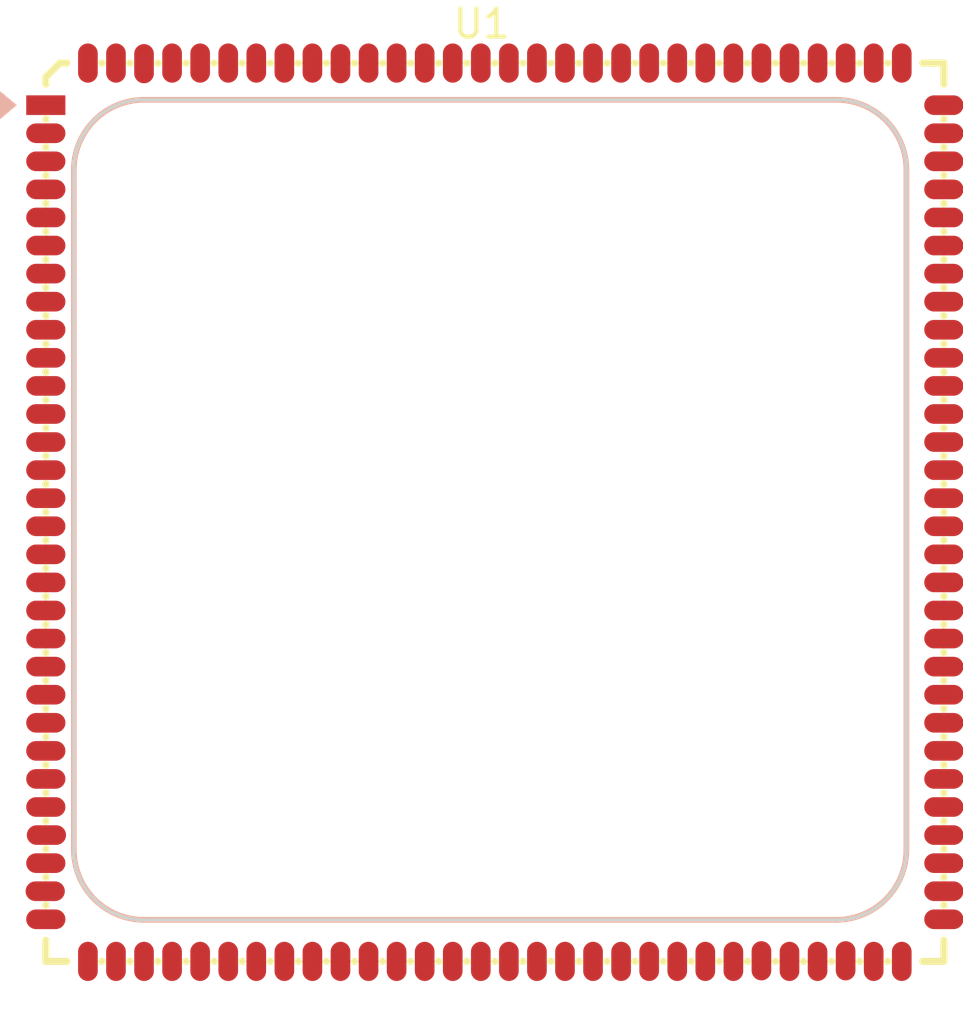
<source format=kicad_pcb>
(kicad_pcb (version 20241229) (generator "pcbnew") (generator_version "9.0")
  (layers (0 "F.Cu" signal) (2 "B.Cu" signal) (13 "F.Paste" user) (15 "B.Paste" user) (5 "F.SilkS" user "F.Silkscreen") (7 "B.SilkS" user "B.Silkscreen") (1 "F.Mask" user) (3 "B.Mask" user) (25 "Edge.Cuts" user))
  (net 0 "")
  (footprint "Core3506:CORE3506_[32_32]_120P" (layer "F.Cu") (at 109.99981 83)
    (property "Reference" "U1" (at -0.46715 -17.3985 0) (layer "F.SilkS"))
    (property "Value" "~")
    (fp_line (start -16 -15.5) (end -15.5 -16) (stroke (width 0.254)) (layer "F.SilkS"))
    (fp_line (start -16 -15.25) (end -16 -15.5) (stroke (width 0.254)) (layer "F.SilkS"))
    (fp_line (start -16 -13.99018) (end -16 -14.01018) (stroke (width 0.254)) (layer "F.SilkS"))
    (fp_line (start -16 -12.99017) (end -16 -13.01017) (stroke (width 0.254)) (layer "F.SilkS"))
    (fp_line (start -16 -11.99015) (end -16 -12.01015) (stroke (width 0.254)) (layer "F.SilkS"))
    (fp_line (start -16 -10.99014) (end -16 -11.01014) (stroke (width 0.254)) (layer "F.SilkS"))
    (fp_line (start -16 -9.99013) (end -16 -10.01013) (stroke (width 0.254)) (layer "F.SilkS"))
    (fp_line (start -16 -8.99011) (end -16 -9.01012) (stroke (width 0.254)) (layer "F.SilkS"))
    (fp_line (start -16 -7.9901) (end -16 -8.0101) (stroke (width 0.254)) (layer "F.SilkS"))
    (fp_line (start -16 -6.99009) (end -16 -7.01009) (stroke (width 0.254)) (layer "F.SilkS"))
    (fp_line (start -16 -5.99008) (end -16 -6.01008) (stroke (width 0.254)) (layer "F.SilkS"))
    (fp_line (start -16 -4.99006) (end -16 -5.01006) (stroke (width 0.254)) (layer "F.SilkS"))
    (fp_line (start -16 -3.99005) (end -16 -4.01005) (stroke (width 0.254)) (layer "F.SilkS"))
    (fp_line (start -16 -2.99004) (end -16 -3.01003) (stroke (width 0.254)) (layer "F.SilkS"))
    (fp_line (start -16 -1.99002) (end -16 -2.01002) (stroke (width 0.254)) (layer "F.SilkS"))
    (fp_line (start -16 -0.99001) (end -16 -1.01001) (stroke (width 0.254)) (layer "F.SilkS"))
    (fp_line (start -16 0.01) (end -16 -0.01) (stroke (width 0.254)) (layer "F.SilkS"))
    (fp_line (start -16 1.01002) (end -16 0.99002) (stroke (width 0.254)) (layer "F.SilkS"))
    (fp_line (start -16 2.01003) (end -16 1.99003) (stroke (width 0.254)) (layer "F.SilkS"))
    (fp_line (start -16 3.01004) (end -16 2.99005) (stroke (width 0.254)) (layer "F.SilkS"))
    (fp_line (start -16 4.01006) (end -16 3.99006) (stroke (width 0.254)) (layer "F.SilkS"))
    (fp_line (start -16 5.01007) (end -16 4.99007) (stroke (width 0.254)) (layer "F.SilkS"))
    (fp_line (start -16 6.01009) (end -16 5.99009) (stroke (width 0.254)) (layer "F.SilkS"))
    (fp_line (start -16 7.0101) (end -16 6.9901) (stroke (width 0.254)) (layer "F.SilkS"))
    (fp_line (start -16 8.01011) (end -16 7.99011) (stroke (width 0.254)) (layer "F.SilkS"))
    (fp_line (start -16 9.01013) (end -16 8.99012) (stroke (width 0.254)) (layer "F.SilkS"))
    (fp_line (start -16 10.01014) (end -16 9.99014) (stroke (width 0.254)) (layer "F.SilkS"))
    (fp_line (start -16 11.01015) (end -16 10.99015) (stroke (width 0.254)) (layer "F.SilkS"))
    (fp_line (start -16 12.01016) (end -16 11.99016) (stroke (width 0.254)) (layer "F.SilkS"))
    (fp_line (start -16 13.01018) (end -16 12.99018) (stroke (width 0.254)) (layer "F.SilkS"))
    (fp_line (start -16 14.01019) (end -16 13.99019) (stroke (width 0.254)) (layer "F.SilkS"))
    (fp_line (start -16 16) (end -16 15.25) (stroke (width 0.254)) (layer "F.SilkS"))
    (fp_line (start -16 16) (end -15.25 16) (stroke (width 0.254)) (layer "F.SilkS"))
    (fp_line (start -15.5 -16) (end -15.25 -16) (stroke (width 0.254)) (layer "F.SilkS"))
    (fp_line (start -15.0014 12.0188) (end -15.0014 -12.1912) (stroke (width 0.2)) (layer "F.SilkS"))
    (fp_line (start -14.01019 -16) (end -13.99019 -16) (stroke (width 0.254)) (layer "F.SilkS"))
    (fp_line (start -14.01019 16) (end -13.99019 16) (stroke (width 0.254)) (layer "F.SilkS"))
    (fp_line (start -13.01018 -16) (end -12.99018 -16) (stroke (width 0.254)) (layer "F.SilkS"))
    (fp_line (start -13.01018 16) (end -12.99018 16) (stroke (width 0.254)) (layer "F.SilkS"))
    (fp_line (start -12.50141 14.5188) (end 12.1658 14.5188) (stroke (width 0.2)) (layer "F.SilkS"))
    (fp_line (start -12.5014 -14.6912) (end 12.1658 -14.6912) (stroke (width 0.2)) (layer "F.SilkS"))
    (fp_line (start -12.01016 -16) (end -11.99016 -16) (stroke (width 0.254)) (layer "F.SilkS"))
    (fp_line (start -12.01016 16) (end -11.99016 16) (stroke (width 0.254)) (layer "F.SilkS"))
    (fp_line (start -11.01015 -16) (end -10.99015 -16) (stroke (width 0.254)) (layer "F.SilkS"))
    (fp_line (start -11.01015 16) (end -10.99015 16) (stroke (width 0.254)) (layer "F.SilkS"))
    (fp_line (start -10.01014 -16) (end -9.99014 -16) (stroke (width 0.254)) (layer "F.SilkS"))
    (fp_line (start -10.01014 16) (end -9.99014 16) (stroke (width 0.254)) (layer "F.SilkS"))
    (fp_line (start -9.01012 -16) (end -8.99012 -16) (stroke (width 0.254)) (layer "F.SilkS"))
    (fp_line (start -9.01012 16) (end -8.99012 16) (stroke (width 0.254)) (layer "F.SilkS"))
    (fp_line (start -8.01011 -16) (end -7.99011 -16) (stroke (width 0.254)) (layer "F.SilkS"))
    (fp_line (start -8.01011 16) (end -7.99011 16) (stroke (width 0.254)) (layer "F.SilkS"))
    (fp_line (start -7.0101 -16) (end -6.9901 -16) (stroke (width 0.254)) (layer "F.SilkS"))
    (fp_line (start -7.0101 16) (end -6.9901 16) (stroke (width 0.254)) (layer "F.SilkS"))
    (fp_line (start -6.01009 -16) (end -5.99009 -16) (stroke (width 0.254)) (layer "F.SilkS"))
    (fp_line (start -6.01009 16) (end -5.99009 16) (stroke (width 0.254)) (layer "F.SilkS"))
    (fp_line (start -5.01007 -16) (end -4.99007 -16) (stroke (width 0.254)) (layer "F.SilkS"))
    (fp_line (start -5.01007 16) (end -4.99007 16) (stroke (width 0.254)) (layer "F.SilkS"))
    (fp_line (start -4.01006 -16) (end -3.99006 -16) (stroke (width 0.254)) (layer "F.SilkS"))
    (fp_line (start -4.01006 16) (end -3.99006 16) (stroke (width 0.254)) (layer "F.SilkS"))
    (fp_line (start -3.01005 -16) (end -2.99005 -16) (stroke (width 0.254)) (layer "F.SilkS"))
    (fp_line (start -3.01005 16) (end -2.99005 16) (stroke (width 0.254)) (layer "F.SilkS"))
    (fp_line (start -2.01003 -16) (end -1.99003 -16) (stroke (width 0.254)) (layer "F.SilkS"))
    (fp_line (start -2.01003 16) (end -1.99003 16) (stroke (width 0.254)) (layer "F.SilkS"))
    (fp_line (start -1.01002 -16) (end -0.99002 -16) (stroke (width 0.254)) (layer "F.SilkS"))
    (fp_line (start -1.01002 16) (end -0.99002 16) (stroke (width 0.254)) (layer "F.SilkS"))
    (fp_line (start -0.01 -16) (end 0.01 -16) (stroke (width 0.254)) (layer "F.SilkS"))
    (fp_line (start -0.01 16) (end 0.01 16) (stroke (width 0.254)) (layer "F.SilkS"))
    (fp_line (start 0.99001 -16) (end 1.01001 -16) (stroke (width 0.254)) (layer "F.SilkS"))
    (fp_line (start 0.99001 16) (end 1.01001 16) (stroke (width 0.254)) (layer "F.SilkS"))
    (fp_line (start 1.99002 -16) (end 2.01002 -16) (stroke (width 0.254)) (layer "F.SilkS"))
    (fp_line (start 1.99002 16) (end 2.01002 16) (stroke (width 0.254)) (layer "F.SilkS"))
    (fp_line (start 2.99004 -16) (end 3.01004 -16) (stroke (width 0.254)) (layer "F.SilkS"))
    (fp_line (start 2.99004 16) (end 3.01004 16) (stroke (width 0.254)) (layer "F.SilkS"))
    (fp_line (start 3.99005 -16) (end 4.01005 -16) (stroke (width 0.254)) (layer "F.SilkS"))
    (fp_line (start 3.99005 16) (end 4.01005 16) (stroke (width 0.254)) (layer "F.SilkS"))
    (fp_line (start 4.99006 -16) (end 5.01006 -16) (stroke (width 0.254)) (layer "F.SilkS"))
    (fp_line (start 4.99006 16) (end 5.01006 16) (stroke (width 0.254)) (layer "F.SilkS"))
    (fp_line (start 5.99008 -16) (end 6.01008 -16) (stroke (width 0.254)) (layer "F.SilkS"))
    (fp_line (start 5.99008 16) (end 6.01008 16) (stroke (width 0.254)) (layer "F.SilkS"))
    (fp_line (start 6.99009 -16) (end 7.01009 -16) (stroke (width 0.254)) (layer "F.SilkS"))
    (fp_line (start 6.99009 16) (end 7.01009 16) (stroke (width 0.254)) (layer "F.SilkS"))
    (fp_line (start 7.9901 -16) (end 8.0101 -16) (stroke (width 0.254)) (layer "F.SilkS"))
    (fp_line (start 7.9901 16) (end 8.0101 16) (stroke (width 0.254)) (layer "F.SilkS"))
    (fp_line (start 8.99011 -16) (end 9.01011 -16) (stroke (width 0.254)) (layer "F.SilkS"))
    (fp_line (start 8.99011 16) (end 9.01011 16) (stroke (width 0.254)) (layer "F.SilkS"))
    (fp_line (start 9.99013 -16) (end 10.01013 -16) (stroke (width 0.254)) (layer "F.SilkS"))
    (fp_line (start 9.99013 16) (end 10.01013 16) (stroke (width 0.254)) (layer "F.SilkS"))
    (fp_line (start 10.99014 -16) (end 11.01014 -16) (stroke (width 0.254)) (layer "F.SilkS"))
    (fp_line (start 10.99014 16) (end 11.01014 16) (stroke (width 0.254)) (layer "F.SilkS"))
    (fp_line (start 11.99015 -16) (end 12.01015 -16) (stroke (width 0.254)) (layer "F.SilkS"))
    (fp_line (start 11.99015 16) (end 12.01015 16) (stroke (width 0.254)) (layer "F.SilkS"))
    (fp_line (start 12.99017 -16) (end 13.01017 -16) (stroke (width 0.254)) (layer "F.SilkS"))
    (fp_line (start 12.99017 16) (end 13.01017 16) (stroke (width 0.254)) (layer "F.SilkS"))
    (fp_line (start 13.99018 -16) (end 14.01018 -16) (stroke (width 0.254)) (layer "F.SilkS"))
    (fp_line (start 13.99018 16) (end 14.01018 16) (stroke (width 0.254)) (layer "F.SilkS"))
    (fp_line (start 14.6658 12.01881) (end 14.6658 -12.1912) (stroke (width 0.2)) (layer "F.SilkS"))
    (fp_line (start 15.25 -16) (end 16 -16) (stroke (width 0.254)) (layer "F.SilkS"))
    (fp_line (start 15.25 16) (end 16 16) (stroke (width 0.254)) (layer "F.SilkS"))
    (fp_line (start 16 -15.25) (end 16 -16) (stroke (width 0.254)) (layer "F.SilkS"))
    (fp_line (start 16 -13.99018) (end 16 -14.01018) (stroke (width 0.254)) (layer "F.SilkS"))
    (fp_line (start 16 -12.99017) (end 16 -13.01017) (stroke (width 0.254)) (layer "F.SilkS"))
    (fp_line (start 16 -11.99015) (end 16 -12.01015) (stroke (width 0.254)) (layer "F.SilkS"))
    (fp_line (start 16 -10.99014) (end 16 -11.01014) (stroke (width 0.254)) (layer "F.SilkS"))
    (fp_line (start 16 -9.99013) (end 16 -10.01013) (stroke (width 0.254)) (layer "F.SilkS"))
    (fp_line (start 16 -8.99011) (end 16 -9.01012) (stroke (width 0.254)) (layer "F.SilkS"))
    (fp_line (start 16 -7.9901) (end 16 -8.0101) (stroke (width 0.254)) (layer "F.SilkS"))
    (fp_line (start 16 -6.99009) (end 16 -7.01009) (stroke (width 0.254)) (layer "F.SilkS"))
    (fp_line (start 16 -5.99008) (end 16 -6.01008) (stroke (width 0.254)) (layer "F.SilkS"))
    (fp_line (start 16 -4.99006) (end 16 -5.01006) (stroke (width 0.254)) (layer "F.SilkS"))
    (fp_line (start 16 -3.99005) (end 16 -4.01005) (stroke (width 0.254)) (layer "F.SilkS"))
    (fp_line (start 16 -2.99004) (end 16 -3.01003) (stroke (width 0.254)) (layer "F.SilkS"))
    (fp_line (start 16 -1.99002) (end 16 -2.01002) (stroke (width 0.254)) (layer "F.SilkS"))
    (fp_line (start 16 -0.99001) (end 16 -1.01001) (stroke (width 0.254)) (layer "F.SilkS"))
    (fp_line (start 16 0.01) (end 16 -0.01) (stroke (width 0.254)) (layer "F.SilkS"))
    (fp_line (start 16 1.01002) (end 16 0.99002) (stroke (width 0.254)) (layer "F.SilkS"))
    (fp_line (start 16 2.01003) (end 16 1.99003) (stroke (width 0.254)) (layer "F.SilkS"))
    (fp_line (start 16 3.01004) (end 16 2.99005) (stroke (width 0.254)) (layer "F.SilkS"))
    (fp_line (start 16 4.01006) (end 16 3.99006) (stroke (width 0.254)) (layer "F.SilkS"))
    (fp_line (start 16 5.01007) (end 16 4.99007) (stroke (width 0.254)) (layer "F.SilkS"))
    (fp_line (start 16 6.01009) (end 16 5.99009) (stroke (width 0.254)) (layer "F.SilkS"))
    (fp_line (start 16 7.0101) (end 16 6.9901) (stroke (width 0.254)) (layer "F.SilkS"))
    (fp_line (start 16 8.01011) (end 16 7.99011) (stroke (width 0.254)) (layer "F.SilkS"))
    (fp_line (start 16 9.01013) (end 16 8.99012) (stroke (width 0.254)) (layer "F.SilkS"))
    (fp_line (start 16 10.01014) (end 16 9.99014) (stroke (width 0.254)) (layer "F.SilkS"))
    (fp_line (start 16 11.01015) (end 16 10.99015) (stroke (width 0.254)) (layer "F.SilkS"))
    (fp_line (start 16 12.01016) (end 16 11.99016) (stroke (width 0.254)) (layer "F.SilkS"))
    (fp_line (start 16 13.01018) (end 16 12.99018) (stroke (width 0.254)) (layer "F.SilkS"))
    (fp_line (start 16 14.01019) (end 16 13.99019) (stroke (width 0.254)) (layer "F.SilkS"))
    (fp_line (start 16 16) (end 16 15.25) (stroke (width 0.254)) (layer "F.SilkS"))
    (fp_arc (start -15.0014 -12.191205) (mid -14.269164 -13.958969) (end -12.501398 -14.6912) (stroke (width 0.2)) (layer "F.SilkS"))
    (fp_arc (start -12.501405 14.5188) (mid -14.269169 13.786564) (end -15.0014 12.018798) (stroke (width 0.2)) (layer "F.SilkS"))
    (fp_arc (start 12.165805 -14.6912) (mid 13.933569 -13.958964) (end 14.6658 -12.191198) (stroke (width 0.2)) (layer "F.SilkS"))
    (fp_arc (start 14.6658 12.018805) (mid 13.933564 13.786569) (end 12.165798 14.5188) (stroke (width 0.2)) (layer "F.SilkS"))
    (fp_poly (pts (xy -17.6328 -15.0054) (xy -17.0328 -14.49588) (xy -17.6328 -13.99499)) (fill yes) (layer "F.SilkS"))
    (fp_line (start -15.0014 12.0188) (end -15.0014 -12.1912) (stroke (width 0.2)) (layer "B.SilkS"))
    (fp_line (start -12.50141 14.5188) (end 12.1658 14.5188) (stroke (width 0.2)) (layer "B.SilkS"))
    (fp_line (start -12.5014 -14.6912) (end 12.1658 -14.6912) (stroke (width 0.2)) (layer "B.SilkS"))
    (fp_line (start 14.6658 12.01881) (end 14.6658 -12.1912) (stroke (width 0.2)) (layer "B.SilkS"))
    (fp_arc (start -15.0014 -12.191205) (mid -14.269164 -13.958969) (end -12.501398 -14.6912) (stroke (width 0.2)) (layer "B.SilkS"))
    (fp_arc (start -12.501405 14.5188) (mid -14.269169 13.786564) (end -15.0014 12.018798) (stroke (width 0.2)) (layer "B.SilkS"))
    (fp_arc (start 12.165805 -14.6912) (mid 13.933569 -13.958964) (end 14.6658 -12.191198) (stroke (width 0.2)) (layer "B.SilkS"))
    (fp_arc (start 14.6658 12.018805) (mid 13.933564 13.786569) (end 12.165798 14.5188) (stroke (width 0.2)) (layer "B.SilkS"))
    (fp_poly (pts (xy -17.6328 -13.99499) (xy -17.0328 -14.50451) (xy -17.6328 -15.0054)) (fill yes) (layer "B.SilkS"))
    (fp_poly (pts (xy -15.0014 11.9986) (xy -15.0014 -12.1912) (xy -15.0014 -12.43743) (xy -14.90533 -12.92042) (xy -14.71687 -13.37539) (xy -14.44328 -13.78486) (xy -14.09506 -14.13308) (xy -13.68559 -14.40667) (xy -13.23062 -14.59512) (xy -12.74763 -14.6912) (xy -12.5014 -14.6912) (xy 12.1658 -14.6912) (xy 12.41203 -14.6912) (xy 12.89502 -14.59512) (xy 13.34999 -14.40667) (xy 13.75946 -14.13307) (xy 14.10768 -13.78485) (xy 14.38127 -13.37539) (xy 14.56972 -12.92042) (xy 14.6658 -12.43743) (xy 14.6658 -12.1912) (xy 14.6658 12.01881) (xy 14.6658 12.26503) (xy 14.56972 12.74803) (xy 14.38127 13.203) (xy 14.10767 13.61246) (xy 13.75945 13.96068) (xy 13.34999 14.23427) (xy 12.89502 14.42273) (xy 12.41203 14.5188) (xy 12.1658 14.5188) (xy -12.50141 14.5188) (xy -12.74763 14.5188) (xy -13.23063 14.42273) (xy -13.6856 14.23427) (xy -14.09506 13.96068) (xy -14.44328 13.61246) (xy -14.71687 13.20299) (xy -14.90533 12.74802) (xy -15.0014 12.26503) (xy -15.0014 12.0188)) (stroke (width 0.1)) (fill no) (layer "Edge.Cuts"))
    (fp_poly (pts (xy -15.0014 11.9986) (xy -15.0014 -12.1912) (xy -15.0014 -12.43743) (xy -14.90533 -12.92042) (xy -14.71687 -13.37539) (xy -14.44328 -13.78486) (xy -14.09506 -14.13308) (xy -13.68559 -14.40667) (xy -13.23062 -14.59512) (xy -12.74763 -14.6912) (xy -12.5014 -14.6912) (xy 12.1658 -14.6912) (xy 12.41203 -14.6912) (xy 12.89502 -14.59512) (xy 13.34999 -14.40667) (xy 13.75946 -14.13307) (xy 14.10768 -13.78485) (xy 14.38127 -13.37539) (xy 14.56972 -12.92042) (xy 14.6658 -12.43743) (xy 14.6658 -12.1912) (xy 14.6658 12.01881) (xy 14.6658 12.26503) (xy 14.56972 12.74803) (xy 14.38127 13.203) (xy 14.10767 13.61246) (xy 13.75945 13.96068) (xy 13.34999 14.23427) (xy 12.89502 14.42273) (xy 12.41203 14.5188) (xy 12.1658 14.5188) (xy -12.50141 14.5188) (xy -12.74763 14.5188) (xy -13.23063 14.42273) (xy -13.6856 14.23427) (xy -14.09506 13.96068) (xy -14.44328 13.61246) (xy -14.71687 13.20299) (xy -14.90533 12.74802) (xy -15.0014 12.26503) (xy -15.0014 12.0188)) (stroke (width 0.1)) (fill no) (layer "Edge.Cuts"))
    (pad "1" smd rect (at -16 -14.50019 90) (size 0.7 1.397) (layers "F.Cu" "F.Mask" "F.Paste"))
    (pad "2" smd oval (at -16 -13.50018 90) (size 0.7 1.397) (layers "F.Cu" "F.Mask" "F.Paste"))
    (pad "3" smd oval (at -16 -12.50017 90) (size 0.7 1.397) (layers "F.Cu" "F.Mask" "F.Paste"))
    (pad "4" smd oval (at -16 -11.50015 90) (size 0.7 1.397) (layers "F.Cu" "F.Mask" "F.Paste"))
    (pad "5" smd oval (at -16 -10.50014 90) (size 0.7 1.397) (layers "F.Cu" "F.Mask" "F.Paste"))
    (pad "6" smd oval (at -16 -9.50013 90) (size 0.7 1.397) (layers "F.Cu" "F.Mask" "F.Paste"))
    (pad "7" smd oval (at -16 -8.50011 90) (size 0.7 1.397) (layers "F.Cu" "F.Mask" "F.Paste"))
    (pad "8" smd oval (at -16 -7.5001 90) (size 0.7 1.397) (layers "F.Cu" "F.Mask" "F.Paste"))
    (pad "9" smd oval (at -16 -6.50009 90) (size 0.7 1.397) (layers "F.Cu" "F.Mask" "F.Paste"))
    (pad "10" smd oval (at -16 -5.50007 90) (size 0.7 1.397) (layers "F.Cu" "F.Mask" "F.Paste"))
    (pad "11" smd oval (at -16 -4.50006 90) (size 0.7 1.397) (layers "F.Cu" "F.Mask" "F.Paste"))
    (pad "12" smd oval (at -16 -3.50005 90) (size 0.7 1.397) (layers "F.Cu" "F.Mask" "F.Paste"))
    (pad "13" smd oval (at -16 -2.50003 90) (size 0.7 1.397) (layers "F.Cu" "F.Mask" "F.Paste"))
    (pad "14" smd oval (at -16 -1.50002 90) (size 0.7 1.397) (layers "F.Cu" "F.Mask" "F.Paste"))
    (pad "15" smd oval (at -16 -0.50001 90) (size 0.7 1.397) (layers "F.Cu" "F.Mask" "F.Paste"))
    (pad "16" smd oval (at -16 0.50001 90) (size 0.7 1.397) (layers "F.Cu" "F.Mask" "F.Paste"))
    (pad "17" smd oval (at -16 1.50002 90) (size 0.7 1.397) (layers "F.Cu" "F.Mask" "F.Paste"))
    (pad "18" smd oval (at -16 2.50003 90) (size 0.7 1.397) (layers "F.Cu" "F.Mask" "F.Paste"))
    (pad "19" smd oval (at -16 3.50005 90) (size 0.7 1.397) (layers "F.Cu" "F.Mask" "F.Paste"))
    (pad "20" smd oval (at -16 4.50006 90) (size 0.7 1.397) (layers "F.Cu" "F.Mask" "F.Paste"))
    (pad "21" smd oval (at -16 5.50007 90) (size 0.7 1.397) (layers "F.Cu" "F.Mask" "F.Paste"))
    (pad "22" smd oval (at -16 6.50009 90) (size 0.7 1.397) (layers "F.Cu" "F.Mask" "F.Paste"))
    (pad "23" smd oval (at -16 7.5001 90) (size 0.7 1.397) (layers "F.Cu" "F.Mask" "F.Paste"))
    (pad "24" smd oval (at -16 8.50011 90) (size 0.7 1.397) (layers "F.Cu" "F.Mask" "F.Paste"))
    (pad "25" smd oval (at -16 9.50013 90) (size 0.7 1.397) (layers "F.Cu" "F.Mask" "F.Paste"))
    (pad "26" smd oval (at -16 10.50014 90) (size 0.7 1.397) (layers "F.Cu" "F.Mask" "F.Paste"))
    (pad "27" smd oval (at -15.97841 11.50015 90) (size 0.7 1.397) (layers "F.Cu" "F.Mask" "F.Paste"))
    (pad "28" smd oval (at -16 12.50017 90) (size 0.7 1.397) (layers "F.Cu" "F.Mask" "F.Paste"))
    (pad "29" smd oval (at -16.02159 13.50018 90) (size 0.7 1.397) (layers "F.Cu" "F.Mask" "F.Paste"))
    (pad "30" smd oval (at -16 14.50019 270) (size 0.7 1.397) (layers "F.Cu" "F.Mask" "F.Paste"))
    (pad "31" smd oval (at -14.5002 16 180) (size 0.7 1.397) (layers "F.Cu" "F.Mask" "F.Paste"))
    (pad "32" smd oval (at -13.50018 16 180) (size 0.7 1.397) (layers "F.Cu" "F.Mask" "F.Paste"))
    (pad "33" smd oval (at -12.50017 16 180) (size 0.7 1.397) (layers "F.Cu" "F.Mask" "F.Paste"))
    (pad "34" smd oval (at -11.50016 16 180) (size 0.7 1.397) (layers "F.Cu" "F.Mask" "F.Paste"))
    (pad "35" smd oval (at -10.50014 16 180) (size 0.7 1.397) (layers "F.Cu" "F.Mask" "F.Paste"))
    (pad "36" smd oval (at -9.50013 16 180) (size 0.7 1.397) (layers "F.Cu" "F.Mask" "F.Paste"))
    (pad "37" smd oval (at -8.50012 16 180) (size 0.7 1.397) (layers "F.Cu" "F.Mask" "F.Paste"))
    (pad "38" smd oval (at -7.5001 16 180) (size 0.7 1.397) (layers "F.Cu" "F.Mask" "F.Paste"))
    (pad "39" smd oval (at -6.50009 16 180) (size 0.7 1.397) (layers "F.Cu" "F.Mask" "F.Paste"))
    (pad "40" smd oval (at -5.50008 16 180) (size 0.7 1.397) (layers "F.Cu" "F.Mask" "F.Paste"))
    (pad "41" smd oval (at -4.50006 16 180) (size 0.7 1.397) (layers "F.Cu" "F.Mask" "F.Paste"))
    (pad "42" smd oval (at -3.50005 16 180) (size 0.7 1.397) (layers "F.Cu" "F.Mask" "F.Paste"))
    (pad "43" smd oval (at -2.50004 16 180) (size 0.7 1.397) (layers "F.Cu" "F.Mask" "F.Paste"))
    (pad "44" smd oval (at -1.50002 16 180) (size 0.7 1.397) (layers "F.Cu" "F.Mask" "F.Paste"))
    (pad "45" smd oval (at -0.50001 16 180) (size 0.7 1.397) (layers "F.Cu" "F.Mask" "F.Paste"))
    (pad "46" smd oval (at 0.50001 16 180) (size 0.7 1.397) (layers "F.Cu" "F.Mask" "F.Paste"))
    (pad "47" smd oval (at 1.50002 16 180) (size 0.7 1.397) (layers "F.Cu" "F.Mask" "F.Paste"))
    (pad "48" smd oval (at 2.50003 16 180) (size 0.7 1.397) (layers "F.Cu" "F.Mask" "F.Paste"))
    (pad "49" smd oval (at 3.50004 16 180) (size 0.7 1.397) (layers "F.Cu" "F.Mask" "F.Paste"))
    (pad "50" smd oval (at 4.50006 16 180) (size 0.7 1.397) (layers "F.Cu" "F.Mask" "F.Paste"))
    (pad "51" smd oval (at 5.50007 16 180) (size 0.7 1.397) (layers "F.Cu" "F.Mask" "F.Paste"))
    (pad "52" smd oval (at 6.50009 16 180) (size 0.7 1.397) (layers "F.Cu" "F.Mask" "F.Paste"))
    (pad "53" smd oval (at 7.5001 16 180) (size 0.7 1.397) (layers "F.Cu" "F.Mask" "F.Paste"))
    (pad "54" smd oval (at 8.50011 16 180) (size 0.7 1.397) (layers "F.Cu" "F.Mask" "F.Paste"))
    (pad "55" smd oval (at 9.50012 15.97841 180) (size 0.7 1.397) (layers "F.Cu" "F.Mask" "F.Paste"))
    (pad "56" smd oval (at 10.50014 16 180) (size 0.7 1.397) (layers "F.Cu" "F.Mask" "F.Paste"))
    (pad "57" smd oval (at 11.50015 16 180) (size 0.7 1.397) (layers "F.Cu" "F.Mask" "F.Paste"))
    (pad "58" smd oval (at 12.50016 15.97841 180) (size 0.7 1.397) (layers "F.Cu" "F.Mask" "F.Paste"))
    (pad "59" smd oval (at 13.50018 16 180) (size 0.7 1.397) (layers "F.Cu" "F.Mask" "F.Paste"))
    (pad "60" smd oval (at 14.50019 16) (size 0.7 1.397) (layers "F.Cu" "F.Mask" "F.Paste"))
    (pad "61" smd oval (at 16 14.5002 270) (size 0.7 1.397) (layers "F.Cu" "F.Mask" "F.Paste"))
    (pad "62" smd oval (at 16 13.50018 270) (size 0.7 1.397) (layers "F.Cu" "F.Mask" "F.Paste"))
    (pad "63" smd oval (at 16 12.50017 270) (size 0.7 1.397) (layers "F.Cu" "F.Mask" "F.Paste"))
    (pad "64" smd oval (at 16 11.50016 270) (size 0.7 1.397) (layers "F.Cu" "F.Mask" "F.Paste"))
    (pad "65" smd oval (at 16 10.50014 270) (size 0.7 1.397) (layers "F.Cu" "F.Mask" "F.Paste"))
    (pad "66" smd oval (at 16 9.50013 270) (size 0.7 1.397) (layers "F.Cu" "F.Mask" "F.Paste"))
    (pad "67" smd oval (at 16 8.50012 270) (size 0.7 1.397) (layers "F.Cu" "F.Mask" "F.Paste"))
    (pad "68" smd oval (at 16 7.5001 270) (size 0.7 1.397) (layers "F.Cu" "F.Mask" "F.Paste"))
    (pad "69" smd oval (at 16 6.50009 270) (size 0.7 1.397) (layers "F.Cu" "F.Mask" "F.Paste"))
    (pad "70" smd oval (at 16 5.50008 270) (size 0.7 1.397) (layers "F.Cu" "F.Mask" "F.Paste"))
    (pad "71" smd oval (at 16 4.50006 270) (size 0.7 1.397) (layers "F.Cu" "F.Mask" "F.Paste"))
    (pad "72" smd oval (at 16 3.50005 270) (size 0.7 1.397) (layers "F.Cu" "F.Mask" "F.Paste"))
    (pad "73" smd oval (at 16 2.50004 270) (size 0.7 1.397) (layers "F.Cu" "F.Mask" "F.Paste"))
    (pad "74" smd oval (at 16 1.50002 270) (size 0.7 1.397) (layers "F.Cu" "F.Mask" "F.Paste"))
    (pad "75" smd oval (at 16 0.50001 270) (size 0.7 1.397) (layers "F.Cu" "F.Mask" "F.Paste"))
    (pad "76" smd oval (at 16 -0.5 270) (size 0.7 1.397) (layers "F.Cu" "F.Mask" "F.Paste"))
    (pad "77" smd oval (at 16 -1.50002 270) (size 0.7 1.397) (layers "F.Cu" "F.Mask" "F.Paste"))
    (pad "78" smd oval (at 16 -2.50003 270) (size 0.7 1.397) (layers "F.Cu" "F.Mask" "F.Paste"))
    (pad "79" smd oval (at 16 -3.50004 270) (size 0.7 1.397) (layers "F.Cu" "F.Mask" "F.Paste"))
    (pad "80" smd oval (at 16 -4.50006 270) (size 0.7 1.397) (layers "F.Cu" "F.Mask" "F.Paste"))
    (pad "81" smd oval (at 16 -5.50007 270) (size 0.7 1.397) (layers "F.Cu" "F.Mask" "F.Paste"))
    (pad "82" smd oval (at 16 -6.50008 270) (size 0.7 1.397) (layers "F.Cu" "F.Mask" "F.Paste"))
    (pad "83" smd oval (at 16 -7.5001 270) (size 0.7 1.397) (layers "F.Cu" "F.Mask" "F.Paste"))
    (pad "84" smd oval (at 16 -8.50011 270) (size 0.7 1.397) (layers "F.Cu" "F.Mask" "F.Paste"))
    (pad "85" smd oval (at 16 -9.50012 270) (size 0.7 1.397) (layers "F.Cu" "F.Mask" "F.Paste"))
    (pad "86" smd oval (at 16 -10.50014 270) (size 0.7 1.397) (layers "F.Cu" "F.Mask" "F.Paste"))
    (pad "87" smd oval (at 16 -11.50015 270) (size 0.7 1.397) (layers "F.Cu" "F.Mask" "F.Paste"))
    (pad "88" smd oval (at 16 -12.50017 270) (size 0.7 1.397) (layers "F.Cu" "F.Mask" "F.Paste"))
    (pad "89" smd oval (at 16 -13.50018 270) (size 0.7 1.397) (layers "F.Cu" "F.Mask" "F.Paste"))
    (pad "90" smd oval (at 16 -14.50019 90) (size 0.7 1.397) (layers "F.Cu" "F.Mask" "F.Paste"))
    (pad "91" smd oval (at 14.5002 -16) (size 0.7 1.397) (layers "F.Cu" "F.Mask" "F.Paste"))
    (pad "92" smd oval (at 13.50018 -16) (size 0.7 1.397) (layers "F.Cu" "F.Mask" "F.Paste"))
    (pad "93" smd oval (at 12.50017 -16) (size 0.7 1.397) (layers "F.Cu" "F.Mask" "F.Paste"))
    (pad "94" smd oval (at 11.50016 -16) (size 0.7 1.397) (layers "F.Cu" "F.Mask" "F.Paste"))
    (pad "95" smd oval (at 10.50014 -16) (size 0.7 1.397) (layers "F.Cu" "F.Mask" "F.Paste"))
    (pad "96" smd oval (at 9.50013 -16) (size 0.7 1.397) (layers "F.Cu" "F.Mask" "F.Paste"))
    (pad "97" smd oval (at 8.50012 -16) (size 0.7 1.397) (layers "F.Cu" "F.Mask" "F.Paste"))
    (pad "98" smd oval (at 7.5001 -16) (size 0.7 1.397) (layers "F.Cu" "F.Mask" "F.Paste"))
    (pad "99" smd oval (at 6.50009 -16) (size 0.7 1.397) (layers "F.Cu" "F.Mask" "F.Paste"))
    (pad "100" smd oval (at 5.50008 -16) (size 0.7 1.397) (layers "F.Cu" "F.Mask" "F.Paste"))
    (pad "101" smd oval (at 4.50007 -16) (size 0.7 1.397) (layers "F.Cu" "F.Mask" "F.Paste"))
    (pad "102" smd oval (at 3.50005 -16) (size 0.7 1.397) (layers "F.Cu" "F.Mask" "F.Paste"))
    (pad "103" smd oval (at 2.50004 -16) (size 0.7 1.397) (layers "F.Cu" "F.Mask" "F.Paste"))
    (pad "104" smd oval (at 1.50003 -16) (size 0.7 1.397) (layers "F.Cu" "F.Mask" "F.Paste"))
    (pad "105" smd oval (at 0.50001 -16) (size 0.7 1.397) (layers "F.Cu" "F.Mask" "F.Paste"))
    (pad "106" smd oval (at -0.5 -16) (size 0.7 1.397) (layers "F.Cu" "F.Mask" "F.Paste"))
    (pad "107" smd oval (at -1.50001 -16) (size 0.7 1.397) (layers "F.Cu" "F.Mask" "F.Paste"))
    (pad "108" smd oval (at -2.50003 -16) (size 0.7 1.397) (layers "F.Cu" "F.Mask" "F.Paste"))
    (pad "109" smd oval (at -3.50004 -16) (size 0.7 1.397) (layers "F.Cu" "F.Mask" "F.Paste"))
    (pad "110" smd oval (at -4.50006 -16) (size 0.7 1.397) (layers "F.Cu" "F.Mask" "F.Paste"))
    (pad "111" smd oval (at -5.50007 -15.97841) (size 0.7 1.397) (layers "F.Cu" "F.Mask" "F.Paste"))
    (pad "112" smd oval (at -6.50008 -16) (size 0.7 1.397) (layers "F.Cu" "F.Mask" "F.Paste"))
    (pad "113" smd oval (at -7.50009 -16) (size 0.7 1.397) (layers "F.Cu" "F.Mask" "F.Paste"))
    (pad "114" smd oval (at -8.50011 -16) (size 0.7 1.397) (layers "F.Cu" "F.Mask" "F.Paste"))
    (pad "115" smd oval (at -9.50012 -16) (size 0.7 1.397) (layers "F.Cu" "F.Mask" "F.Paste"))
    (pad "116" smd oval (at -10.50013 -16) (size 0.7 1.397) (layers "F.Cu" "F.Mask" "F.Paste"))
    (pad "117" smd oval (at -11.50015 -16) (size 0.7 1.397) (layers "F.Cu" "F.Mask" "F.Paste"))
    (pad "118" smd oval (at -12.50016 -15.97841) (size 0.7 1.397) (layers "F.Cu" "F.Mask" "F.Paste"))
    (pad "119" smd oval (at -13.50017 -16) (size 0.7 1.397) (layers "F.Cu" "F.Mask" "F.Paste"))
    (pad "120" smd oval (at -14.50019 -16 180) (size 0.7 1.397) (layers "F.Cu" "F.Mask" "F.Paste"))
  )
)
</source>
